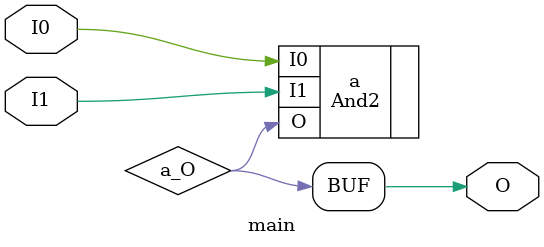
<source format=v>
module main (input  I0, input  I1, output  O);
wire  a_O;
And2 a (.I0(I0), .I1(I1), .O(a_O));
assign O = a_O;
endmodule


</source>
